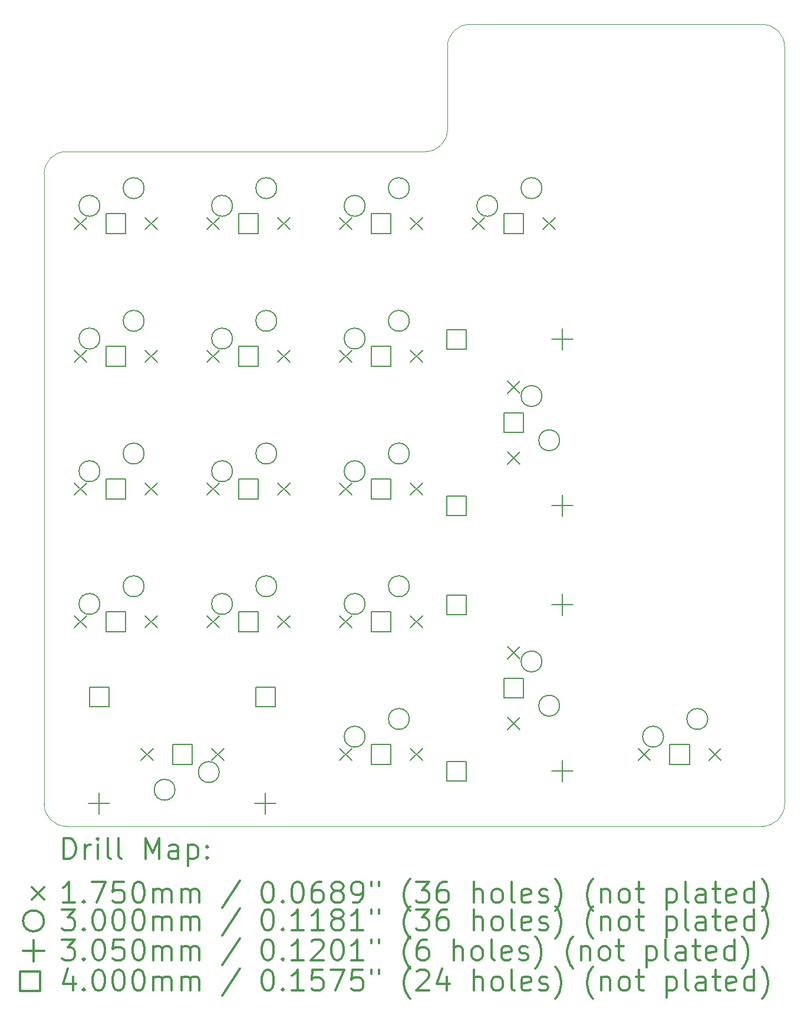
<source format=gbr>
%FSLAX45Y45*%
G04 Gerber Fmt 4.5, Leading zero omitted, Abs format (unit mm)*
G04 Created by KiCad (PCBNEW (5.1.10)-1) date 2022-01-15 20:36:41*
%MOMM*%
%LPD*%
G01*
G04 APERTURE LIST*
%TA.AperFunction,Profile*%
%ADD10C,0.050000*%
%TD*%
%ADD11C,0.200000*%
%ADD12C,0.300000*%
G04 APERTURE END LIST*
D10*
X18175730Y-6032120D02*
X13969120Y-6032120D01*
X8175110Y-17540770D02*
X18175730Y-17540770D01*
X18493210Y-17223290D02*
X18493210Y-6349600D01*
X7857630Y-8175110D02*
X7857630Y-17223290D01*
X13334160Y-7857630D02*
X8175110Y-7857630D01*
X13651640Y-6349600D02*
X13651640Y-7540150D01*
X18175730Y-6032120D02*
G75*
G02*
X18493210Y-6349600I0J-317480D01*
G01*
X13651640Y-6349600D02*
G75*
G02*
X13969120Y-6032120I317480J0D01*
G01*
X13651640Y-7540150D02*
G75*
G02*
X13334160Y-7857630I-317480J0D01*
G01*
X18493210Y-17223290D02*
G75*
G02*
X18175730Y-17540770I-317480J0D01*
G01*
X8175110Y-17540770D02*
G75*
G02*
X7857630Y-17223290I0J317480D01*
G01*
X7857630Y-8175110D02*
G75*
G02*
X8175110Y-7857630I317480J0D01*
G01*
D11*
X8293940Y-8801940D02*
X8468940Y-8976940D01*
X8468940Y-8801940D02*
X8293940Y-8976940D01*
X8293940Y-10706820D02*
X8468940Y-10881820D01*
X8468940Y-10706820D02*
X8293940Y-10881820D01*
X8293940Y-12611700D02*
X8468940Y-12786700D01*
X8468940Y-12611700D02*
X8293940Y-12786700D01*
X8293940Y-14516580D02*
X8468940Y-14691580D01*
X8468940Y-14516580D02*
X8293940Y-14691580D01*
X9246380Y-16421460D02*
X9421380Y-16596460D01*
X9421380Y-16421460D02*
X9246380Y-16596460D01*
X9309940Y-8801940D02*
X9484940Y-8976940D01*
X9484940Y-8801940D02*
X9309940Y-8976940D01*
X9309940Y-10706820D02*
X9484940Y-10881820D01*
X9484940Y-10706820D02*
X9309940Y-10881820D01*
X9309940Y-12611700D02*
X9484940Y-12786700D01*
X9484940Y-12611700D02*
X9309940Y-12786700D01*
X9309940Y-14516580D02*
X9484940Y-14691580D01*
X9484940Y-14516580D02*
X9309940Y-14691580D01*
X10198820Y-8801940D02*
X10373820Y-8976940D01*
X10373820Y-8801940D02*
X10198820Y-8976940D01*
X10198820Y-10706820D02*
X10373820Y-10881820D01*
X10373820Y-10706820D02*
X10198820Y-10881820D01*
X10198820Y-12611700D02*
X10373820Y-12786700D01*
X10373820Y-12611700D02*
X10198820Y-12786700D01*
X10198820Y-14516580D02*
X10373820Y-14691580D01*
X10373820Y-14516580D02*
X10198820Y-14691580D01*
X10262380Y-16421460D02*
X10437380Y-16596460D01*
X10437380Y-16421460D02*
X10262380Y-16596460D01*
X11214820Y-8801940D02*
X11389820Y-8976940D01*
X11389820Y-8801940D02*
X11214820Y-8976940D01*
X11214820Y-10706820D02*
X11389820Y-10881820D01*
X11389820Y-10706820D02*
X11214820Y-10881820D01*
X11214820Y-12611700D02*
X11389820Y-12786700D01*
X11389820Y-12611700D02*
X11214820Y-12786700D01*
X11214820Y-14516580D02*
X11389820Y-14691580D01*
X11389820Y-14516580D02*
X11214820Y-14691580D01*
X12103700Y-8801940D02*
X12278700Y-8976940D01*
X12278700Y-8801940D02*
X12103700Y-8976940D01*
X12103700Y-10706820D02*
X12278700Y-10881820D01*
X12278700Y-10706820D02*
X12103700Y-10881820D01*
X12103700Y-12611700D02*
X12278700Y-12786700D01*
X12278700Y-12611700D02*
X12103700Y-12786700D01*
X12103700Y-14516580D02*
X12278700Y-14691580D01*
X12278700Y-14516580D02*
X12103700Y-14691580D01*
X12103700Y-16421460D02*
X12278700Y-16596460D01*
X12278700Y-16421460D02*
X12103700Y-16596460D01*
X13119700Y-8801940D02*
X13294700Y-8976940D01*
X13294700Y-8801940D02*
X13119700Y-8976940D01*
X13119700Y-10706820D02*
X13294700Y-10881820D01*
X13294700Y-10706820D02*
X13119700Y-10881820D01*
X13119700Y-12611700D02*
X13294700Y-12786700D01*
X13294700Y-12611700D02*
X13119700Y-12786700D01*
X13119700Y-14516580D02*
X13294700Y-14691580D01*
X13294700Y-14516580D02*
X13119700Y-14691580D01*
X13119700Y-16421460D02*
X13294700Y-16596460D01*
X13294700Y-16421460D02*
X13119700Y-16596460D01*
X14008580Y-8801940D02*
X14183580Y-8976940D01*
X14183580Y-8801940D02*
X14008580Y-8976940D01*
X14516580Y-11151260D02*
X14691580Y-11326260D01*
X14691580Y-11151260D02*
X14516580Y-11326260D01*
X14516580Y-12167260D02*
X14691580Y-12342260D01*
X14691580Y-12167260D02*
X14516580Y-12342260D01*
X14516580Y-14961020D02*
X14691580Y-15136020D01*
X14691580Y-14961020D02*
X14516580Y-15136020D01*
X14516580Y-15977020D02*
X14691580Y-16152020D01*
X14691580Y-15977020D02*
X14516580Y-16152020D01*
X15024580Y-8801940D02*
X15199580Y-8976940D01*
X15199580Y-8801940D02*
X15024580Y-8976940D01*
X16389680Y-16421460D02*
X16564680Y-16596460D01*
X16564680Y-16421460D02*
X16389680Y-16596460D01*
X17405680Y-16421460D02*
X17580680Y-16596460D01*
X17580680Y-16421460D02*
X17405680Y-16596460D01*
X8658440Y-8635440D02*
G75*
G03*
X8658440Y-8635440I-150000J0D01*
G01*
X8658440Y-10540320D02*
G75*
G03*
X8658440Y-10540320I-150000J0D01*
G01*
X8658440Y-12445200D02*
G75*
G03*
X8658440Y-12445200I-150000J0D01*
G01*
X8658440Y-14350080D02*
G75*
G03*
X8658440Y-14350080I-150000J0D01*
G01*
X9293440Y-8381440D02*
G75*
G03*
X9293440Y-8381440I-150000J0D01*
G01*
X9293440Y-10286320D02*
G75*
G03*
X9293440Y-10286320I-150000J0D01*
G01*
X9293440Y-12191200D02*
G75*
G03*
X9293440Y-12191200I-150000J0D01*
G01*
X9293440Y-14096080D02*
G75*
G03*
X9293440Y-14096080I-150000J0D01*
G01*
X9737880Y-17016960D02*
G75*
G03*
X9737880Y-17016960I-150000J0D01*
G01*
X10372880Y-16762960D02*
G75*
G03*
X10372880Y-16762960I-150000J0D01*
G01*
X10563320Y-8635440D02*
G75*
G03*
X10563320Y-8635440I-150000J0D01*
G01*
X10563320Y-10540320D02*
G75*
G03*
X10563320Y-10540320I-150000J0D01*
G01*
X10563320Y-12445200D02*
G75*
G03*
X10563320Y-12445200I-150000J0D01*
G01*
X10563320Y-14350080D02*
G75*
G03*
X10563320Y-14350080I-150000J0D01*
G01*
X11198320Y-8381440D02*
G75*
G03*
X11198320Y-8381440I-150000J0D01*
G01*
X11198320Y-10286320D02*
G75*
G03*
X11198320Y-10286320I-150000J0D01*
G01*
X11198320Y-12191200D02*
G75*
G03*
X11198320Y-12191200I-150000J0D01*
G01*
X11198320Y-14096080D02*
G75*
G03*
X11198320Y-14096080I-150000J0D01*
G01*
X12468200Y-8635440D02*
G75*
G03*
X12468200Y-8635440I-150000J0D01*
G01*
X12468200Y-10540320D02*
G75*
G03*
X12468200Y-10540320I-150000J0D01*
G01*
X12468200Y-12445200D02*
G75*
G03*
X12468200Y-12445200I-150000J0D01*
G01*
X12468200Y-14350080D02*
G75*
G03*
X12468200Y-14350080I-150000J0D01*
G01*
X12468200Y-16254960D02*
G75*
G03*
X12468200Y-16254960I-150000J0D01*
G01*
X13103200Y-8381440D02*
G75*
G03*
X13103200Y-8381440I-150000J0D01*
G01*
X13103200Y-10286320D02*
G75*
G03*
X13103200Y-10286320I-150000J0D01*
G01*
X13103200Y-12191200D02*
G75*
G03*
X13103200Y-12191200I-150000J0D01*
G01*
X13103200Y-14096080D02*
G75*
G03*
X13103200Y-14096080I-150000J0D01*
G01*
X13103200Y-16000960D02*
G75*
G03*
X13103200Y-16000960I-150000J0D01*
G01*
X14373080Y-8635440D02*
G75*
G03*
X14373080Y-8635440I-150000J0D01*
G01*
X15008080Y-8381440D02*
G75*
G03*
X15008080Y-8381440I-150000J0D01*
G01*
X15008080Y-11365760D02*
G75*
G03*
X15008080Y-11365760I-150000J0D01*
G01*
X15008080Y-15175520D02*
G75*
G03*
X15008080Y-15175520I-150000J0D01*
G01*
X15262080Y-12000760D02*
G75*
G03*
X15262080Y-12000760I-150000J0D01*
G01*
X15262080Y-15810520D02*
G75*
G03*
X15262080Y-15810520I-150000J0D01*
G01*
X16754180Y-16254960D02*
G75*
G03*
X16754180Y-16254960I-150000J0D01*
G01*
X17389180Y-16000960D02*
G75*
G03*
X17389180Y-16000960I-150000J0D01*
G01*
X8648080Y-17056460D02*
X8648080Y-17361460D01*
X8495580Y-17208960D02*
X8800580Y-17208960D01*
X11035680Y-17056460D02*
X11035680Y-17361460D01*
X10883180Y-17208960D02*
X11188180Y-17208960D01*
X15304080Y-10400460D02*
X15304080Y-10705460D01*
X15151580Y-10552960D02*
X15456580Y-10552960D01*
X15304080Y-12788060D02*
X15304080Y-13093060D01*
X15151580Y-12940560D02*
X15456580Y-12940560D01*
X15304080Y-14210220D02*
X15304080Y-14515220D01*
X15151580Y-14362720D02*
X15456580Y-14362720D01*
X15304080Y-16597820D02*
X15304080Y-16902820D01*
X15151580Y-16750320D02*
X15456580Y-16750320D01*
X8789503Y-15826383D02*
X8789503Y-15543537D01*
X8506657Y-15543537D01*
X8506657Y-15826383D01*
X8789503Y-15826383D01*
X9030863Y-9030863D02*
X9030863Y-8748017D01*
X8748017Y-8748017D01*
X8748017Y-9030863D01*
X9030863Y-9030863D01*
X9030863Y-10935743D02*
X9030863Y-10652897D01*
X8748017Y-10652897D01*
X8748017Y-10935743D01*
X9030863Y-10935743D01*
X9030863Y-12840623D02*
X9030863Y-12557777D01*
X8748017Y-12557777D01*
X8748017Y-12840623D01*
X9030863Y-12840623D01*
X9030863Y-14745503D02*
X9030863Y-14462657D01*
X8748017Y-14462657D01*
X8748017Y-14745503D01*
X9030863Y-14745503D01*
X9983303Y-16650383D02*
X9983303Y-16367537D01*
X9700457Y-16367537D01*
X9700457Y-16650383D01*
X9983303Y-16650383D01*
X10935743Y-9030863D02*
X10935743Y-8748017D01*
X10652897Y-8748017D01*
X10652897Y-9030863D01*
X10935743Y-9030863D01*
X10935743Y-10935743D02*
X10935743Y-10652897D01*
X10652897Y-10652897D01*
X10652897Y-10935743D01*
X10935743Y-10935743D01*
X10935743Y-12840623D02*
X10935743Y-12557777D01*
X10652897Y-12557777D01*
X10652897Y-12840623D01*
X10935743Y-12840623D01*
X10935743Y-14745503D02*
X10935743Y-14462657D01*
X10652897Y-14462657D01*
X10652897Y-14745503D01*
X10935743Y-14745503D01*
X11177103Y-15826383D02*
X11177103Y-15543537D01*
X10894257Y-15543537D01*
X10894257Y-15826383D01*
X11177103Y-15826383D01*
X12840623Y-9030863D02*
X12840623Y-8748017D01*
X12557777Y-8748017D01*
X12557777Y-9030863D01*
X12840623Y-9030863D01*
X12840623Y-10935743D02*
X12840623Y-10652897D01*
X12557777Y-10652897D01*
X12557777Y-10935743D01*
X12840623Y-10935743D01*
X12840623Y-12840623D02*
X12840623Y-12557777D01*
X12557777Y-12557777D01*
X12557777Y-12840623D01*
X12840623Y-12840623D01*
X12840623Y-14745503D02*
X12840623Y-14462657D01*
X12557777Y-14462657D01*
X12557777Y-14745503D01*
X12840623Y-14745503D01*
X12840623Y-16650383D02*
X12840623Y-16367537D01*
X12557777Y-16367537D01*
X12557777Y-16650383D01*
X12840623Y-16650383D01*
X13921503Y-10694383D02*
X13921503Y-10411537D01*
X13638657Y-10411537D01*
X13638657Y-10694383D01*
X13921503Y-10694383D01*
X13921503Y-13081983D02*
X13921503Y-12799137D01*
X13638657Y-12799137D01*
X13638657Y-13081983D01*
X13921503Y-13081983D01*
X13921503Y-14504143D02*
X13921503Y-14221297D01*
X13638657Y-14221297D01*
X13638657Y-14504143D01*
X13921503Y-14504143D01*
X13921503Y-16891743D02*
X13921503Y-16608897D01*
X13638657Y-16608897D01*
X13638657Y-16891743D01*
X13921503Y-16891743D01*
X14745503Y-9030863D02*
X14745503Y-8748017D01*
X14462657Y-8748017D01*
X14462657Y-9030863D01*
X14745503Y-9030863D01*
X14745503Y-11888183D02*
X14745503Y-11605337D01*
X14462657Y-11605337D01*
X14462657Y-11888183D01*
X14745503Y-11888183D01*
X14745503Y-15697943D02*
X14745503Y-15415097D01*
X14462657Y-15415097D01*
X14462657Y-15697943D01*
X14745503Y-15697943D01*
X17126603Y-16650383D02*
X17126603Y-16367537D01*
X16843757Y-16367537D01*
X16843757Y-16650383D01*
X17126603Y-16650383D01*
D12*
X8141558Y-18008984D02*
X8141558Y-17708984D01*
X8212987Y-17708984D01*
X8255844Y-17723270D01*
X8284416Y-17751842D01*
X8298701Y-17780413D01*
X8312987Y-17837556D01*
X8312987Y-17880413D01*
X8298701Y-17937556D01*
X8284416Y-17966127D01*
X8255844Y-17994699D01*
X8212987Y-18008984D01*
X8141558Y-18008984D01*
X8441558Y-18008984D02*
X8441558Y-17808984D01*
X8441558Y-17866127D02*
X8455844Y-17837556D01*
X8470130Y-17823270D01*
X8498701Y-17808984D01*
X8527273Y-17808984D01*
X8627273Y-18008984D02*
X8627273Y-17808984D01*
X8627273Y-17708984D02*
X8612987Y-17723270D01*
X8627273Y-17737556D01*
X8641558Y-17723270D01*
X8627273Y-17708984D01*
X8627273Y-17737556D01*
X8812987Y-18008984D02*
X8784416Y-17994699D01*
X8770130Y-17966127D01*
X8770130Y-17708984D01*
X8970130Y-18008984D02*
X8941558Y-17994699D01*
X8927273Y-17966127D01*
X8927273Y-17708984D01*
X9312987Y-18008984D02*
X9312987Y-17708984D01*
X9412987Y-17923270D01*
X9512987Y-17708984D01*
X9512987Y-18008984D01*
X9784416Y-18008984D02*
X9784416Y-17851842D01*
X9770130Y-17823270D01*
X9741558Y-17808984D01*
X9684416Y-17808984D01*
X9655844Y-17823270D01*
X9784416Y-17994699D02*
X9755844Y-18008984D01*
X9684416Y-18008984D01*
X9655844Y-17994699D01*
X9641558Y-17966127D01*
X9641558Y-17937556D01*
X9655844Y-17908984D01*
X9684416Y-17894699D01*
X9755844Y-17894699D01*
X9784416Y-17880413D01*
X9927273Y-17808984D02*
X9927273Y-18108984D01*
X9927273Y-17823270D02*
X9955844Y-17808984D01*
X10012987Y-17808984D01*
X10041558Y-17823270D01*
X10055844Y-17837556D01*
X10070130Y-17866127D01*
X10070130Y-17951842D01*
X10055844Y-17980413D01*
X10041558Y-17994699D01*
X10012987Y-18008984D01*
X9955844Y-18008984D01*
X9927273Y-17994699D01*
X10198701Y-17980413D02*
X10212987Y-17994699D01*
X10198701Y-18008984D01*
X10184416Y-17994699D01*
X10198701Y-17980413D01*
X10198701Y-18008984D01*
X10198701Y-17823270D02*
X10212987Y-17837556D01*
X10198701Y-17851842D01*
X10184416Y-17837556D01*
X10198701Y-17823270D01*
X10198701Y-17851842D01*
X7680130Y-18415770D02*
X7855130Y-18590770D01*
X7855130Y-18415770D02*
X7680130Y-18590770D01*
X8298701Y-18638984D02*
X8127273Y-18638984D01*
X8212987Y-18638984D02*
X8212987Y-18338984D01*
X8184416Y-18381842D01*
X8155844Y-18410413D01*
X8127273Y-18424699D01*
X8427273Y-18610413D02*
X8441558Y-18624699D01*
X8427273Y-18638984D01*
X8412987Y-18624699D01*
X8427273Y-18610413D01*
X8427273Y-18638984D01*
X8541558Y-18338984D02*
X8741558Y-18338984D01*
X8612987Y-18638984D01*
X8998701Y-18338984D02*
X8855844Y-18338984D01*
X8841558Y-18481842D01*
X8855844Y-18467556D01*
X8884416Y-18453270D01*
X8955844Y-18453270D01*
X8984416Y-18467556D01*
X8998701Y-18481842D01*
X9012987Y-18510413D01*
X9012987Y-18581842D01*
X8998701Y-18610413D01*
X8984416Y-18624699D01*
X8955844Y-18638984D01*
X8884416Y-18638984D01*
X8855844Y-18624699D01*
X8841558Y-18610413D01*
X9198701Y-18338984D02*
X9227273Y-18338984D01*
X9255844Y-18353270D01*
X9270130Y-18367556D01*
X9284416Y-18396127D01*
X9298701Y-18453270D01*
X9298701Y-18524699D01*
X9284416Y-18581842D01*
X9270130Y-18610413D01*
X9255844Y-18624699D01*
X9227273Y-18638984D01*
X9198701Y-18638984D01*
X9170130Y-18624699D01*
X9155844Y-18610413D01*
X9141558Y-18581842D01*
X9127273Y-18524699D01*
X9127273Y-18453270D01*
X9141558Y-18396127D01*
X9155844Y-18367556D01*
X9170130Y-18353270D01*
X9198701Y-18338984D01*
X9427273Y-18638984D02*
X9427273Y-18438984D01*
X9427273Y-18467556D02*
X9441558Y-18453270D01*
X9470130Y-18438984D01*
X9512987Y-18438984D01*
X9541558Y-18453270D01*
X9555844Y-18481842D01*
X9555844Y-18638984D01*
X9555844Y-18481842D02*
X9570130Y-18453270D01*
X9598701Y-18438984D01*
X9641558Y-18438984D01*
X9670130Y-18453270D01*
X9684416Y-18481842D01*
X9684416Y-18638984D01*
X9827273Y-18638984D02*
X9827273Y-18438984D01*
X9827273Y-18467556D02*
X9841558Y-18453270D01*
X9870130Y-18438984D01*
X9912987Y-18438984D01*
X9941558Y-18453270D01*
X9955844Y-18481842D01*
X9955844Y-18638984D01*
X9955844Y-18481842D02*
X9970130Y-18453270D01*
X9998701Y-18438984D01*
X10041558Y-18438984D01*
X10070130Y-18453270D01*
X10084416Y-18481842D01*
X10084416Y-18638984D01*
X10670130Y-18324699D02*
X10412987Y-18710413D01*
X11055844Y-18338984D02*
X11084416Y-18338984D01*
X11112987Y-18353270D01*
X11127273Y-18367556D01*
X11141558Y-18396127D01*
X11155844Y-18453270D01*
X11155844Y-18524699D01*
X11141558Y-18581842D01*
X11127273Y-18610413D01*
X11112987Y-18624699D01*
X11084416Y-18638984D01*
X11055844Y-18638984D01*
X11027273Y-18624699D01*
X11012987Y-18610413D01*
X10998701Y-18581842D01*
X10984416Y-18524699D01*
X10984416Y-18453270D01*
X10998701Y-18396127D01*
X11012987Y-18367556D01*
X11027273Y-18353270D01*
X11055844Y-18338984D01*
X11284416Y-18610413D02*
X11298701Y-18624699D01*
X11284416Y-18638984D01*
X11270130Y-18624699D01*
X11284416Y-18610413D01*
X11284416Y-18638984D01*
X11484416Y-18338984D02*
X11512987Y-18338984D01*
X11541558Y-18353270D01*
X11555844Y-18367556D01*
X11570130Y-18396127D01*
X11584416Y-18453270D01*
X11584416Y-18524699D01*
X11570130Y-18581842D01*
X11555844Y-18610413D01*
X11541558Y-18624699D01*
X11512987Y-18638984D01*
X11484416Y-18638984D01*
X11455844Y-18624699D01*
X11441558Y-18610413D01*
X11427273Y-18581842D01*
X11412987Y-18524699D01*
X11412987Y-18453270D01*
X11427273Y-18396127D01*
X11441558Y-18367556D01*
X11455844Y-18353270D01*
X11484416Y-18338984D01*
X11841558Y-18338984D02*
X11784416Y-18338984D01*
X11755844Y-18353270D01*
X11741558Y-18367556D01*
X11712987Y-18410413D01*
X11698701Y-18467556D01*
X11698701Y-18581842D01*
X11712987Y-18610413D01*
X11727273Y-18624699D01*
X11755844Y-18638984D01*
X11812987Y-18638984D01*
X11841558Y-18624699D01*
X11855844Y-18610413D01*
X11870130Y-18581842D01*
X11870130Y-18510413D01*
X11855844Y-18481842D01*
X11841558Y-18467556D01*
X11812987Y-18453270D01*
X11755844Y-18453270D01*
X11727273Y-18467556D01*
X11712987Y-18481842D01*
X11698701Y-18510413D01*
X12041558Y-18467556D02*
X12012987Y-18453270D01*
X11998701Y-18438984D01*
X11984416Y-18410413D01*
X11984416Y-18396127D01*
X11998701Y-18367556D01*
X12012987Y-18353270D01*
X12041558Y-18338984D01*
X12098701Y-18338984D01*
X12127273Y-18353270D01*
X12141558Y-18367556D01*
X12155844Y-18396127D01*
X12155844Y-18410413D01*
X12141558Y-18438984D01*
X12127273Y-18453270D01*
X12098701Y-18467556D01*
X12041558Y-18467556D01*
X12012987Y-18481842D01*
X11998701Y-18496127D01*
X11984416Y-18524699D01*
X11984416Y-18581842D01*
X11998701Y-18610413D01*
X12012987Y-18624699D01*
X12041558Y-18638984D01*
X12098701Y-18638984D01*
X12127273Y-18624699D01*
X12141558Y-18610413D01*
X12155844Y-18581842D01*
X12155844Y-18524699D01*
X12141558Y-18496127D01*
X12127273Y-18481842D01*
X12098701Y-18467556D01*
X12298701Y-18638984D02*
X12355844Y-18638984D01*
X12384416Y-18624699D01*
X12398701Y-18610413D01*
X12427273Y-18567556D01*
X12441558Y-18510413D01*
X12441558Y-18396127D01*
X12427273Y-18367556D01*
X12412987Y-18353270D01*
X12384416Y-18338984D01*
X12327273Y-18338984D01*
X12298701Y-18353270D01*
X12284416Y-18367556D01*
X12270130Y-18396127D01*
X12270130Y-18467556D01*
X12284416Y-18496127D01*
X12298701Y-18510413D01*
X12327273Y-18524699D01*
X12384416Y-18524699D01*
X12412987Y-18510413D01*
X12427273Y-18496127D01*
X12441558Y-18467556D01*
X12555844Y-18338984D02*
X12555844Y-18396127D01*
X12670130Y-18338984D02*
X12670130Y-18396127D01*
X13112987Y-18753270D02*
X13098701Y-18738984D01*
X13070130Y-18696127D01*
X13055844Y-18667556D01*
X13041558Y-18624699D01*
X13027273Y-18553270D01*
X13027273Y-18496127D01*
X13041558Y-18424699D01*
X13055844Y-18381842D01*
X13070130Y-18353270D01*
X13098701Y-18310413D01*
X13112987Y-18296127D01*
X13198701Y-18338984D02*
X13384416Y-18338984D01*
X13284416Y-18453270D01*
X13327273Y-18453270D01*
X13355844Y-18467556D01*
X13370130Y-18481842D01*
X13384416Y-18510413D01*
X13384416Y-18581842D01*
X13370130Y-18610413D01*
X13355844Y-18624699D01*
X13327273Y-18638984D01*
X13241558Y-18638984D01*
X13212987Y-18624699D01*
X13198701Y-18610413D01*
X13641558Y-18338984D02*
X13584416Y-18338984D01*
X13555844Y-18353270D01*
X13541558Y-18367556D01*
X13512987Y-18410413D01*
X13498701Y-18467556D01*
X13498701Y-18581842D01*
X13512987Y-18610413D01*
X13527273Y-18624699D01*
X13555844Y-18638984D01*
X13612987Y-18638984D01*
X13641558Y-18624699D01*
X13655844Y-18610413D01*
X13670130Y-18581842D01*
X13670130Y-18510413D01*
X13655844Y-18481842D01*
X13641558Y-18467556D01*
X13612987Y-18453270D01*
X13555844Y-18453270D01*
X13527273Y-18467556D01*
X13512987Y-18481842D01*
X13498701Y-18510413D01*
X14027273Y-18638984D02*
X14027273Y-18338984D01*
X14155844Y-18638984D02*
X14155844Y-18481842D01*
X14141558Y-18453270D01*
X14112987Y-18438984D01*
X14070130Y-18438984D01*
X14041558Y-18453270D01*
X14027273Y-18467556D01*
X14341558Y-18638984D02*
X14312987Y-18624699D01*
X14298701Y-18610413D01*
X14284416Y-18581842D01*
X14284416Y-18496127D01*
X14298701Y-18467556D01*
X14312987Y-18453270D01*
X14341558Y-18438984D01*
X14384416Y-18438984D01*
X14412987Y-18453270D01*
X14427273Y-18467556D01*
X14441558Y-18496127D01*
X14441558Y-18581842D01*
X14427273Y-18610413D01*
X14412987Y-18624699D01*
X14384416Y-18638984D01*
X14341558Y-18638984D01*
X14612987Y-18638984D02*
X14584416Y-18624699D01*
X14570130Y-18596127D01*
X14570130Y-18338984D01*
X14841558Y-18624699D02*
X14812987Y-18638984D01*
X14755844Y-18638984D01*
X14727273Y-18624699D01*
X14712987Y-18596127D01*
X14712987Y-18481842D01*
X14727273Y-18453270D01*
X14755844Y-18438984D01*
X14812987Y-18438984D01*
X14841558Y-18453270D01*
X14855844Y-18481842D01*
X14855844Y-18510413D01*
X14712987Y-18538984D01*
X14970130Y-18624699D02*
X14998701Y-18638984D01*
X15055844Y-18638984D01*
X15084416Y-18624699D01*
X15098701Y-18596127D01*
X15098701Y-18581842D01*
X15084416Y-18553270D01*
X15055844Y-18538984D01*
X15012987Y-18538984D01*
X14984416Y-18524699D01*
X14970130Y-18496127D01*
X14970130Y-18481842D01*
X14984416Y-18453270D01*
X15012987Y-18438984D01*
X15055844Y-18438984D01*
X15084416Y-18453270D01*
X15198701Y-18753270D02*
X15212987Y-18738984D01*
X15241558Y-18696127D01*
X15255844Y-18667556D01*
X15270130Y-18624699D01*
X15284416Y-18553270D01*
X15284416Y-18496127D01*
X15270130Y-18424699D01*
X15255844Y-18381842D01*
X15241558Y-18353270D01*
X15212987Y-18310413D01*
X15198701Y-18296127D01*
X15741558Y-18753270D02*
X15727273Y-18738984D01*
X15698701Y-18696127D01*
X15684416Y-18667556D01*
X15670130Y-18624699D01*
X15655844Y-18553270D01*
X15655844Y-18496127D01*
X15670130Y-18424699D01*
X15684416Y-18381842D01*
X15698701Y-18353270D01*
X15727273Y-18310413D01*
X15741558Y-18296127D01*
X15855844Y-18438984D02*
X15855844Y-18638984D01*
X15855844Y-18467556D02*
X15870130Y-18453270D01*
X15898701Y-18438984D01*
X15941558Y-18438984D01*
X15970130Y-18453270D01*
X15984416Y-18481842D01*
X15984416Y-18638984D01*
X16170130Y-18638984D02*
X16141558Y-18624699D01*
X16127273Y-18610413D01*
X16112987Y-18581842D01*
X16112987Y-18496127D01*
X16127273Y-18467556D01*
X16141558Y-18453270D01*
X16170130Y-18438984D01*
X16212987Y-18438984D01*
X16241558Y-18453270D01*
X16255844Y-18467556D01*
X16270130Y-18496127D01*
X16270130Y-18581842D01*
X16255844Y-18610413D01*
X16241558Y-18624699D01*
X16212987Y-18638984D01*
X16170130Y-18638984D01*
X16355844Y-18438984D02*
X16470130Y-18438984D01*
X16398701Y-18338984D02*
X16398701Y-18596127D01*
X16412987Y-18624699D01*
X16441558Y-18638984D01*
X16470130Y-18638984D01*
X16798701Y-18438984D02*
X16798701Y-18738984D01*
X16798701Y-18453270D02*
X16827273Y-18438984D01*
X16884416Y-18438984D01*
X16912987Y-18453270D01*
X16927273Y-18467556D01*
X16941558Y-18496127D01*
X16941558Y-18581842D01*
X16927273Y-18610413D01*
X16912987Y-18624699D01*
X16884416Y-18638984D01*
X16827273Y-18638984D01*
X16798701Y-18624699D01*
X17112987Y-18638984D02*
X17084416Y-18624699D01*
X17070130Y-18596127D01*
X17070130Y-18338984D01*
X17355844Y-18638984D02*
X17355844Y-18481842D01*
X17341558Y-18453270D01*
X17312987Y-18438984D01*
X17255844Y-18438984D01*
X17227273Y-18453270D01*
X17355844Y-18624699D02*
X17327273Y-18638984D01*
X17255844Y-18638984D01*
X17227273Y-18624699D01*
X17212987Y-18596127D01*
X17212987Y-18567556D01*
X17227273Y-18538984D01*
X17255844Y-18524699D01*
X17327273Y-18524699D01*
X17355844Y-18510413D01*
X17455844Y-18438984D02*
X17570130Y-18438984D01*
X17498701Y-18338984D02*
X17498701Y-18596127D01*
X17512987Y-18624699D01*
X17541558Y-18638984D01*
X17570130Y-18638984D01*
X17784416Y-18624699D02*
X17755844Y-18638984D01*
X17698701Y-18638984D01*
X17670130Y-18624699D01*
X17655844Y-18596127D01*
X17655844Y-18481842D01*
X17670130Y-18453270D01*
X17698701Y-18438984D01*
X17755844Y-18438984D01*
X17784416Y-18453270D01*
X17798701Y-18481842D01*
X17798701Y-18510413D01*
X17655844Y-18538984D01*
X18055844Y-18638984D02*
X18055844Y-18338984D01*
X18055844Y-18624699D02*
X18027273Y-18638984D01*
X17970130Y-18638984D01*
X17941558Y-18624699D01*
X17927273Y-18610413D01*
X17912987Y-18581842D01*
X17912987Y-18496127D01*
X17927273Y-18467556D01*
X17941558Y-18453270D01*
X17970130Y-18438984D01*
X18027273Y-18438984D01*
X18055844Y-18453270D01*
X18170130Y-18753270D02*
X18184416Y-18738984D01*
X18212987Y-18696127D01*
X18227273Y-18667556D01*
X18241558Y-18624699D01*
X18255844Y-18553270D01*
X18255844Y-18496127D01*
X18241558Y-18424699D01*
X18227273Y-18381842D01*
X18212987Y-18353270D01*
X18184416Y-18310413D01*
X18170130Y-18296127D01*
X7855130Y-18899270D02*
G75*
G03*
X7855130Y-18899270I-150000J0D01*
G01*
X8112987Y-18734984D02*
X8298701Y-18734984D01*
X8198701Y-18849270D01*
X8241558Y-18849270D01*
X8270130Y-18863556D01*
X8284416Y-18877842D01*
X8298701Y-18906413D01*
X8298701Y-18977842D01*
X8284416Y-19006413D01*
X8270130Y-19020699D01*
X8241558Y-19034984D01*
X8155844Y-19034984D01*
X8127273Y-19020699D01*
X8112987Y-19006413D01*
X8427273Y-19006413D02*
X8441558Y-19020699D01*
X8427273Y-19034984D01*
X8412987Y-19020699D01*
X8427273Y-19006413D01*
X8427273Y-19034984D01*
X8627273Y-18734984D02*
X8655844Y-18734984D01*
X8684416Y-18749270D01*
X8698701Y-18763556D01*
X8712987Y-18792127D01*
X8727273Y-18849270D01*
X8727273Y-18920699D01*
X8712987Y-18977842D01*
X8698701Y-19006413D01*
X8684416Y-19020699D01*
X8655844Y-19034984D01*
X8627273Y-19034984D01*
X8598701Y-19020699D01*
X8584416Y-19006413D01*
X8570130Y-18977842D01*
X8555844Y-18920699D01*
X8555844Y-18849270D01*
X8570130Y-18792127D01*
X8584416Y-18763556D01*
X8598701Y-18749270D01*
X8627273Y-18734984D01*
X8912987Y-18734984D02*
X8941558Y-18734984D01*
X8970130Y-18749270D01*
X8984416Y-18763556D01*
X8998701Y-18792127D01*
X9012987Y-18849270D01*
X9012987Y-18920699D01*
X8998701Y-18977842D01*
X8984416Y-19006413D01*
X8970130Y-19020699D01*
X8941558Y-19034984D01*
X8912987Y-19034984D01*
X8884416Y-19020699D01*
X8870130Y-19006413D01*
X8855844Y-18977842D01*
X8841558Y-18920699D01*
X8841558Y-18849270D01*
X8855844Y-18792127D01*
X8870130Y-18763556D01*
X8884416Y-18749270D01*
X8912987Y-18734984D01*
X9198701Y-18734984D02*
X9227273Y-18734984D01*
X9255844Y-18749270D01*
X9270130Y-18763556D01*
X9284416Y-18792127D01*
X9298701Y-18849270D01*
X9298701Y-18920699D01*
X9284416Y-18977842D01*
X9270130Y-19006413D01*
X9255844Y-19020699D01*
X9227273Y-19034984D01*
X9198701Y-19034984D01*
X9170130Y-19020699D01*
X9155844Y-19006413D01*
X9141558Y-18977842D01*
X9127273Y-18920699D01*
X9127273Y-18849270D01*
X9141558Y-18792127D01*
X9155844Y-18763556D01*
X9170130Y-18749270D01*
X9198701Y-18734984D01*
X9427273Y-19034984D02*
X9427273Y-18834984D01*
X9427273Y-18863556D02*
X9441558Y-18849270D01*
X9470130Y-18834984D01*
X9512987Y-18834984D01*
X9541558Y-18849270D01*
X9555844Y-18877842D01*
X9555844Y-19034984D01*
X9555844Y-18877842D02*
X9570130Y-18849270D01*
X9598701Y-18834984D01*
X9641558Y-18834984D01*
X9670130Y-18849270D01*
X9684416Y-18877842D01*
X9684416Y-19034984D01*
X9827273Y-19034984D02*
X9827273Y-18834984D01*
X9827273Y-18863556D02*
X9841558Y-18849270D01*
X9870130Y-18834984D01*
X9912987Y-18834984D01*
X9941558Y-18849270D01*
X9955844Y-18877842D01*
X9955844Y-19034984D01*
X9955844Y-18877842D02*
X9970130Y-18849270D01*
X9998701Y-18834984D01*
X10041558Y-18834984D01*
X10070130Y-18849270D01*
X10084416Y-18877842D01*
X10084416Y-19034984D01*
X10670130Y-18720699D02*
X10412987Y-19106413D01*
X11055844Y-18734984D02*
X11084416Y-18734984D01*
X11112987Y-18749270D01*
X11127273Y-18763556D01*
X11141558Y-18792127D01*
X11155844Y-18849270D01*
X11155844Y-18920699D01*
X11141558Y-18977842D01*
X11127273Y-19006413D01*
X11112987Y-19020699D01*
X11084416Y-19034984D01*
X11055844Y-19034984D01*
X11027273Y-19020699D01*
X11012987Y-19006413D01*
X10998701Y-18977842D01*
X10984416Y-18920699D01*
X10984416Y-18849270D01*
X10998701Y-18792127D01*
X11012987Y-18763556D01*
X11027273Y-18749270D01*
X11055844Y-18734984D01*
X11284416Y-19006413D02*
X11298701Y-19020699D01*
X11284416Y-19034984D01*
X11270130Y-19020699D01*
X11284416Y-19006413D01*
X11284416Y-19034984D01*
X11584416Y-19034984D02*
X11412987Y-19034984D01*
X11498701Y-19034984D02*
X11498701Y-18734984D01*
X11470130Y-18777842D01*
X11441558Y-18806413D01*
X11412987Y-18820699D01*
X11870130Y-19034984D02*
X11698701Y-19034984D01*
X11784416Y-19034984D02*
X11784416Y-18734984D01*
X11755844Y-18777842D01*
X11727273Y-18806413D01*
X11698701Y-18820699D01*
X12041558Y-18863556D02*
X12012987Y-18849270D01*
X11998701Y-18834984D01*
X11984416Y-18806413D01*
X11984416Y-18792127D01*
X11998701Y-18763556D01*
X12012987Y-18749270D01*
X12041558Y-18734984D01*
X12098701Y-18734984D01*
X12127273Y-18749270D01*
X12141558Y-18763556D01*
X12155844Y-18792127D01*
X12155844Y-18806413D01*
X12141558Y-18834984D01*
X12127273Y-18849270D01*
X12098701Y-18863556D01*
X12041558Y-18863556D01*
X12012987Y-18877842D01*
X11998701Y-18892127D01*
X11984416Y-18920699D01*
X11984416Y-18977842D01*
X11998701Y-19006413D01*
X12012987Y-19020699D01*
X12041558Y-19034984D01*
X12098701Y-19034984D01*
X12127273Y-19020699D01*
X12141558Y-19006413D01*
X12155844Y-18977842D01*
X12155844Y-18920699D01*
X12141558Y-18892127D01*
X12127273Y-18877842D01*
X12098701Y-18863556D01*
X12441558Y-19034984D02*
X12270130Y-19034984D01*
X12355844Y-19034984D02*
X12355844Y-18734984D01*
X12327273Y-18777842D01*
X12298701Y-18806413D01*
X12270130Y-18820699D01*
X12555844Y-18734984D02*
X12555844Y-18792127D01*
X12670130Y-18734984D02*
X12670130Y-18792127D01*
X13112987Y-19149270D02*
X13098701Y-19134984D01*
X13070130Y-19092127D01*
X13055844Y-19063556D01*
X13041558Y-19020699D01*
X13027273Y-18949270D01*
X13027273Y-18892127D01*
X13041558Y-18820699D01*
X13055844Y-18777842D01*
X13070130Y-18749270D01*
X13098701Y-18706413D01*
X13112987Y-18692127D01*
X13198701Y-18734984D02*
X13384416Y-18734984D01*
X13284416Y-18849270D01*
X13327273Y-18849270D01*
X13355844Y-18863556D01*
X13370130Y-18877842D01*
X13384416Y-18906413D01*
X13384416Y-18977842D01*
X13370130Y-19006413D01*
X13355844Y-19020699D01*
X13327273Y-19034984D01*
X13241558Y-19034984D01*
X13212987Y-19020699D01*
X13198701Y-19006413D01*
X13641558Y-18734984D02*
X13584416Y-18734984D01*
X13555844Y-18749270D01*
X13541558Y-18763556D01*
X13512987Y-18806413D01*
X13498701Y-18863556D01*
X13498701Y-18977842D01*
X13512987Y-19006413D01*
X13527273Y-19020699D01*
X13555844Y-19034984D01*
X13612987Y-19034984D01*
X13641558Y-19020699D01*
X13655844Y-19006413D01*
X13670130Y-18977842D01*
X13670130Y-18906413D01*
X13655844Y-18877842D01*
X13641558Y-18863556D01*
X13612987Y-18849270D01*
X13555844Y-18849270D01*
X13527273Y-18863556D01*
X13512987Y-18877842D01*
X13498701Y-18906413D01*
X14027273Y-19034984D02*
X14027273Y-18734984D01*
X14155844Y-19034984D02*
X14155844Y-18877842D01*
X14141558Y-18849270D01*
X14112987Y-18834984D01*
X14070130Y-18834984D01*
X14041558Y-18849270D01*
X14027273Y-18863556D01*
X14341558Y-19034984D02*
X14312987Y-19020699D01*
X14298701Y-19006413D01*
X14284416Y-18977842D01*
X14284416Y-18892127D01*
X14298701Y-18863556D01*
X14312987Y-18849270D01*
X14341558Y-18834984D01*
X14384416Y-18834984D01*
X14412987Y-18849270D01*
X14427273Y-18863556D01*
X14441558Y-18892127D01*
X14441558Y-18977842D01*
X14427273Y-19006413D01*
X14412987Y-19020699D01*
X14384416Y-19034984D01*
X14341558Y-19034984D01*
X14612987Y-19034984D02*
X14584416Y-19020699D01*
X14570130Y-18992127D01*
X14570130Y-18734984D01*
X14841558Y-19020699D02*
X14812987Y-19034984D01*
X14755844Y-19034984D01*
X14727273Y-19020699D01*
X14712987Y-18992127D01*
X14712987Y-18877842D01*
X14727273Y-18849270D01*
X14755844Y-18834984D01*
X14812987Y-18834984D01*
X14841558Y-18849270D01*
X14855844Y-18877842D01*
X14855844Y-18906413D01*
X14712987Y-18934984D01*
X14970130Y-19020699D02*
X14998701Y-19034984D01*
X15055844Y-19034984D01*
X15084416Y-19020699D01*
X15098701Y-18992127D01*
X15098701Y-18977842D01*
X15084416Y-18949270D01*
X15055844Y-18934984D01*
X15012987Y-18934984D01*
X14984416Y-18920699D01*
X14970130Y-18892127D01*
X14970130Y-18877842D01*
X14984416Y-18849270D01*
X15012987Y-18834984D01*
X15055844Y-18834984D01*
X15084416Y-18849270D01*
X15198701Y-19149270D02*
X15212987Y-19134984D01*
X15241558Y-19092127D01*
X15255844Y-19063556D01*
X15270130Y-19020699D01*
X15284416Y-18949270D01*
X15284416Y-18892127D01*
X15270130Y-18820699D01*
X15255844Y-18777842D01*
X15241558Y-18749270D01*
X15212987Y-18706413D01*
X15198701Y-18692127D01*
X15741558Y-19149270D02*
X15727273Y-19134984D01*
X15698701Y-19092127D01*
X15684416Y-19063556D01*
X15670130Y-19020699D01*
X15655844Y-18949270D01*
X15655844Y-18892127D01*
X15670130Y-18820699D01*
X15684416Y-18777842D01*
X15698701Y-18749270D01*
X15727273Y-18706413D01*
X15741558Y-18692127D01*
X15855844Y-18834984D02*
X15855844Y-19034984D01*
X15855844Y-18863556D02*
X15870130Y-18849270D01*
X15898701Y-18834984D01*
X15941558Y-18834984D01*
X15970130Y-18849270D01*
X15984416Y-18877842D01*
X15984416Y-19034984D01*
X16170130Y-19034984D02*
X16141558Y-19020699D01*
X16127273Y-19006413D01*
X16112987Y-18977842D01*
X16112987Y-18892127D01*
X16127273Y-18863556D01*
X16141558Y-18849270D01*
X16170130Y-18834984D01*
X16212987Y-18834984D01*
X16241558Y-18849270D01*
X16255844Y-18863556D01*
X16270130Y-18892127D01*
X16270130Y-18977842D01*
X16255844Y-19006413D01*
X16241558Y-19020699D01*
X16212987Y-19034984D01*
X16170130Y-19034984D01*
X16355844Y-18834984D02*
X16470130Y-18834984D01*
X16398701Y-18734984D02*
X16398701Y-18992127D01*
X16412987Y-19020699D01*
X16441558Y-19034984D01*
X16470130Y-19034984D01*
X16798701Y-18834984D02*
X16798701Y-19134984D01*
X16798701Y-18849270D02*
X16827273Y-18834984D01*
X16884416Y-18834984D01*
X16912987Y-18849270D01*
X16927273Y-18863556D01*
X16941558Y-18892127D01*
X16941558Y-18977842D01*
X16927273Y-19006413D01*
X16912987Y-19020699D01*
X16884416Y-19034984D01*
X16827273Y-19034984D01*
X16798701Y-19020699D01*
X17112987Y-19034984D02*
X17084416Y-19020699D01*
X17070130Y-18992127D01*
X17070130Y-18734984D01*
X17355844Y-19034984D02*
X17355844Y-18877842D01*
X17341558Y-18849270D01*
X17312987Y-18834984D01*
X17255844Y-18834984D01*
X17227273Y-18849270D01*
X17355844Y-19020699D02*
X17327273Y-19034984D01*
X17255844Y-19034984D01*
X17227273Y-19020699D01*
X17212987Y-18992127D01*
X17212987Y-18963556D01*
X17227273Y-18934984D01*
X17255844Y-18920699D01*
X17327273Y-18920699D01*
X17355844Y-18906413D01*
X17455844Y-18834984D02*
X17570130Y-18834984D01*
X17498701Y-18734984D02*
X17498701Y-18992127D01*
X17512987Y-19020699D01*
X17541558Y-19034984D01*
X17570130Y-19034984D01*
X17784416Y-19020699D02*
X17755844Y-19034984D01*
X17698701Y-19034984D01*
X17670130Y-19020699D01*
X17655844Y-18992127D01*
X17655844Y-18877842D01*
X17670130Y-18849270D01*
X17698701Y-18834984D01*
X17755844Y-18834984D01*
X17784416Y-18849270D01*
X17798701Y-18877842D01*
X17798701Y-18906413D01*
X17655844Y-18934984D01*
X18055844Y-19034984D02*
X18055844Y-18734984D01*
X18055844Y-19020699D02*
X18027273Y-19034984D01*
X17970130Y-19034984D01*
X17941558Y-19020699D01*
X17927273Y-19006413D01*
X17912987Y-18977842D01*
X17912987Y-18892127D01*
X17927273Y-18863556D01*
X17941558Y-18849270D01*
X17970130Y-18834984D01*
X18027273Y-18834984D01*
X18055844Y-18849270D01*
X18170130Y-19149270D02*
X18184416Y-19134984D01*
X18212987Y-19092127D01*
X18227273Y-19063556D01*
X18241558Y-19020699D01*
X18255844Y-18949270D01*
X18255844Y-18892127D01*
X18241558Y-18820699D01*
X18227273Y-18777842D01*
X18212987Y-18749270D01*
X18184416Y-18706413D01*
X18170130Y-18692127D01*
X7702630Y-19176770D02*
X7702630Y-19481770D01*
X7550130Y-19329270D02*
X7855130Y-19329270D01*
X8112987Y-19164984D02*
X8298701Y-19164984D01*
X8198701Y-19279270D01*
X8241558Y-19279270D01*
X8270130Y-19293556D01*
X8284416Y-19307842D01*
X8298701Y-19336413D01*
X8298701Y-19407842D01*
X8284416Y-19436413D01*
X8270130Y-19450699D01*
X8241558Y-19464984D01*
X8155844Y-19464984D01*
X8127273Y-19450699D01*
X8112987Y-19436413D01*
X8427273Y-19436413D02*
X8441558Y-19450699D01*
X8427273Y-19464984D01*
X8412987Y-19450699D01*
X8427273Y-19436413D01*
X8427273Y-19464984D01*
X8627273Y-19164984D02*
X8655844Y-19164984D01*
X8684416Y-19179270D01*
X8698701Y-19193556D01*
X8712987Y-19222127D01*
X8727273Y-19279270D01*
X8727273Y-19350699D01*
X8712987Y-19407842D01*
X8698701Y-19436413D01*
X8684416Y-19450699D01*
X8655844Y-19464984D01*
X8627273Y-19464984D01*
X8598701Y-19450699D01*
X8584416Y-19436413D01*
X8570130Y-19407842D01*
X8555844Y-19350699D01*
X8555844Y-19279270D01*
X8570130Y-19222127D01*
X8584416Y-19193556D01*
X8598701Y-19179270D01*
X8627273Y-19164984D01*
X8998701Y-19164984D02*
X8855844Y-19164984D01*
X8841558Y-19307842D01*
X8855844Y-19293556D01*
X8884416Y-19279270D01*
X8955844Y-19279270D01*
X8984416Y-19293556D01*
X8998701Y-19307842D01*
X9012987Y-19336413D01*
X9012987Y-19407842D01*
X8998701Y-19436413D01*
X8984416Y-19450699D01*
X8955844Y-19464984D01*
X8884416Y-19464984D01*
X8855844Y-19450699D01*
X8841558Y-19436413D01*
X9198701Y-19164984D02*
X9227273Y-19164984D01*
X9255844Y-19179270D01*
X9270130Y-19193556D01*
X9284416Y-19222127D01*
X9298701Y-19279270D01*
X9298701Y-19350699D01*
X9284416Y-19407842D01*
X9270130Y-19436413D01*
X9255844Y-19450699D01*
X9227273Y-19464984D01*
X9198701Y-19464984D01*
X9170130Y-19450699D01*
X9155844Y-19436413D01*
X9141558Y-19407842D01*
X9127273Y-19350699D01*
X9127273Y-19279270D01*
X9141558Y-19222127D01*
X9155844Y-19193556D01*
X9170130Y-19179270D01*
X9198701Y-19164984D01*
X9427273Y-19464984D02*
X9427273Y-19264984D01*
X9427273Y-19293556D02*
X9441558Y-19279270D01*
X9470130Y-19264984D01*
X9512987Y-19264984D01*
X9541558Y-19279270D01*
X9555844Y-19307842D01*
X9555844Y-19464984D01*
X9555844Y-19307842D02*
X9570130Y-19279270D01*
X9598701Y-19264984D01*
X9641558Y-19264984D01*
X9670130Y-19279270D01*
X9684416Y-19307842D01*
X9684416Y-19464984D01*
X9827273Y-19464984D02*
X9827273Y-19264984D01*
X9827273Y-19293556D02*
X9841558Y-19279270D01*
X9870130Y-19264984D01*
X9912987Y-19264984D01*
X9941558Y-19279270D01*
X9955844Y-19307842D01*
X9955844Y-19464984D01*
X9955844Y-19307842D02*
X9970130Y-19279270D01*
X9998701Y-19264984D01*
X10041558Y-19264984D01*
X10070130Y-19279270D01*
X10084416Y-19307842D01*
X10084416Y-19464984D01*
X10670130Y-19150699D02*
X10412987Y-19536413D01*
X11055844Y-19164984D02*
X11084416Y-19164984D01*
X11112987Y-19179270D01*
X11127273Y-19193556D01*
X11141558Y-19222127D01*
X11155844Y-19279270D01*
X11155844Y-19350699D01*
X11141558Y-19407842D01*
X11127273Y-19436413D01*
X11112987Y-19450699D01*
X11084416Y-19464984D01*
X11055844Y-19464984D01*
X11027273Y-19450699D01*
X11012987Y-19436413D01*
X10998701Y-19407842D01*
X10984416Y-19350699D01*
X10984416Y-19279270D01*
X10998701Y-19222127D01*
X11012987Y-19193556D01*
X11027273Y-19179270D01*
X11055844Y-19164984D01*
X11284416Y-19436413D02*
X11298701Y-19450699D01*
X11284416Y-19464984D01*
X11270130Y-19450699D01*
X11284416Y-19436413D01*
X11284416Y-19464984D01*
X11584416Y-19464984D02*
X11412987Y-19464984D01*
X11498701Y-19464984D02*
X11498701Y-19164984D01*
X11470130Y-19207842D01*
X11441558Y-19236413D01*
X11412987Y-19250699D01*
X11698701Y-19193556D02*
X11712987Y-19179270D01*
X11741558Y-19164984D01*
X11812987Y-19164984D01*
X11841558Y-19179270D01*
X11855844Y-19193556D01*
X11870130Y-19222127D01*
X11870130Y-19250699D01*
X11855844Y-19293556D01*
X11684416Y-19464984D01*
X11870130Y-19464984D01*
X12055844Y-19164984D02*
X12084416Y-19164984D01*
X12112987Y-19179270D01*
X12127273Y-19193556D01*
X12141558Y-19222127D01*
X12155844Y-19279270D01*
X12155844Y-19350699D01*
X12141558Y-19407842D01*
X12127273Y-19436413D01*
X12112987Y-19450699D01*
X12084416Y-19464984D01*
X12055844Y-19464984D01*
X12027273Y-19450699D01*
X12012987Y-19436413D01*
X11998701Y-19407842D01*
X11984416Y-19350699D01*
X11984416Y-19279270D01*
X11998701Y-19222127D01*
X12012987Y-19193556D01*
X12027273Y-19179270D01*
X12055844Y-19164984D01*
X12441558Y-19464984D02*
X12270130Y-19464984D01*
X12355844Y-19464984D02*
X12355844Y-19164984D01*
X12327273Y-19207842D01*
X12298701Y-19236413D01*
X12270130Y-19250699D01*
X12555844Y-19164984D02*
X12555844Y-19222127D01*
X12670130Y-19164984D02*
X12670130Y-19222127D01*
X13112987Y-19579270D02*
X13098701Y-19564984D01*
X13070130Y-19522127D01*
X13055844Y-19493556D01*
X13041558Y-19450699D01*
X13027273Y-19379270D01*
X13027273Y-19322127D01*
X13041558Y-19250699D01*
X13055844Y-19207842D01*
X13070130Y-19179270D01*
X13098701Y-19136413D01*
X13112987Y-19122127D01*
X13355844Y-19164984D02*
X13298701Y-19164984D01*
X13270130Y-19179270D01*
X13255844Y-19193556D01*
X13227273Y-19236413D01*
X13212987Y-19293556D01*
X13212987Y-19407842D01*
X13227273Y-19436413D01*
X13241558Y-19450699D01*
X13270130Y-19464984D01*
X13327273Y-19464984D01*
X13355844Y-19450699D01*
X13370130Y-19436413D01*
X13384416Y-19407842D01*
X13384416Y-19336413D01*
X13370130Y-19307842D01*
X13355844Y-19293556D01*
X13327273Y-19279270D01*
X13270130Y-19279270D01*
X13241558Y-19293556D01*
X13227273Y-19307842D01*
X13212987Y-19336413D01*
X13741558Y-19464984D02*
X13741558Y-19164984D01*
X13870130Y-19464984D02*
X13870130Y-19307842D01*
X13855844Y-19279270D01*
X13827273Y-19264984D01*
X13784416Y-19264984D01*
X13755844Y-19279270D01*
X13741558Y-19293556D01*
X14055844Y-19464984D02*
X14027273Y-19450699D01*
X14012987Y-19436413D01*
X13998701Y-19407842D01*
X13998701Y-19322127D01*
X14012987Y-19293556D01*
X14027273Y-19279270D01*
X14055844Y-19264984D01*
X14098701Y-19264984D01*
X14127273Y-19279270D01*
X14141558Y-19293556D01*
X14155844Y-19322127D01*
X14155844Y-19407842D01*
X14141558Y-19436413D01*
X14127273Y-19450699D01*
X14098701Y-19464984D01*
X14055844Y-19464984D01*
X14327273Y-19464984D02*
X14298701Y-19450699D01*
X14284416Y-19422127D01*
X14284416Y-19164984D01*
X14555844Y-19450699D02*
X14527273Y-19464984D01*
X14470130Y-19464984D01*
X14441558Y-19450699D01*
X14427273Y-19422127D01*
X14427273Y-19307842D01*
X14441558Y-19279270D01*
X14470130Y-19264984D01*
X14527273Y-19264984D01*
X14555844Y-19279270D01*
X14570130Y-19307842D01*
X14570130Y-19336413D01*
X14427273Y-19364984D01*
X14684416Y-19450699D02*
X14712987Y-19464984D01*
X14770130Y-19464984D01*
X14798701Y-19450699D01*
X14812987Y-19422127D01*
X14812987Y-19407842D01*
X14798701Y-19379270D01*
X14770130Y-19364984D01*
X14727273Y-19364984D01*
X14698701Y-19350699D01*
X14684416Y-19322127D01*
X14684416Y-19307842D01*
X14698701Y-19279270D01*
X14727273Y-19264984D01*
X14770130Y-19264984D01*
X14798701Y-19279270D01*
X14912987Y-19579270D02*
X14927273Y-19564984D01*
X14955844Y-19522127D01*
X14970130Y-19493556D01*
X14984416Y-19450699D01*
X14998701Y-19379270D01*
X14998701Y-19322127D01*
X14984416Y-19250699D01*
X14970130Y-19207842D01*
X14955844Y-19179270D01*
X14927273Y-19136413D01*
X14912987Y-19122127D01*
X15455844Y-19579270D02*
X15441558Y-19564984D01*
X15412987Y-19522127D01*
X15398701Y-19493556D01*
X15384416Y-19450699D01*
X15370130Y-19379270D01*
X15370130Y-19322127D01*
X15384416Y-19250699D01*
X15398701Y-19207842D01*
X15412987Y-19179270D01*
X15441558Y-19136413D01*
X15455844Y-19122127D01*
X15570130Y-19264984D02*
X15570130Y-19464984D01*
X15570130Y-19293556D02*
X15584416Y-19279270D01*
X15612987Y-19264984D01*
X15655844Y-19264984D01*
X15684416Y-19279270D01*
X15698701Y-19307842D01*
X15698701Y-19464984D01*
X15884416Y-19464984D02*
X15855844Y-19450699D01*
X15841558Y-19436413D01*
X15827273Y-19407842D01*
X15827273Y-19322127D01*
X15841558Y-19293556D01*
X15855844Y-19279270D01*
X15884416Y-19264984D01*
X15927273Y-19264984D01*
X15955844Y-19279270D01*
X15970130Y-19293556D01*
X15984416Y-19322127D01*
X15984416Y-19407842D01*
X15970130Y-19436413D01*
X15955844Y-19450699D01*
X15927273Y-19464984D01*
X15884416Y-19464984D01*
X16070130Y-19264984D02*
X16184416Y-19264984D01*
X16112987Y-19164984D02*
X16112987Y-19422127D01*
X16127273Y-19450699D01*
X16155844Y-19464984D01*
X16184416Y-19464984D01*
X16512987Y-19264984D02*
X16512987Y-19564984D01*
X16512987Y-19279270D02*
X16541558Y-19264984D01*
X16598701Y-19264984D01*
X16627273Y-19279270D01*
X16641558Y-19293556D01*
X16655844Y-19322127D01*
X16655844Y-19407842D01*
X16641558Y-19436413D01*
X16627273Y-19450699D01*
X16598701Y-19464984D01*
X16541558Y-19464984D01*
X16512987Y-19450699D01*
X16827273Y-19464984D02*
X16798701Y-19450699D01*
X16784416Y-19422127D01*
X16784416Y-19164984D01*
X17070130Y-19464984D02*
X17070130Y-19307842D01*
X17055844Y-19279270D01*
X17027273Y-19264984D01*
X16970130Y-19264984D01*
X16941558Y-19279270D01*
X17070130Y-19450699D02*
X17041558Y-19464984D01*
X16970130Y-19464984D01*
X16941558Y-19450699D01*
X16927273Y-19422127D01*
X16927273Y-19393556D01*
X16941558Y-19364984D01*
X16970130Y-19350699D01*
X17041558Y-19350699D01*
X17070130Y-19336413D01*
X17170130Y-19264984D02*
X17284416Y-19264984D01*
X17212987Y-19164984D02*
X17212987Y-19422127D01*
X17227273Y-19450699D01*
X17255844Y-19464984D01*
X17284416Y-19464984D01*
X17498701Y-19450699D02*
X17470130Y-19464984D01*
X17412987Y-19464984D01*
X17384416Y-19450699D01*
X17370130Y-19422127D01*
X17370130Y-19307842D01*
X17384416Y-19279270D01*
X17412987Y-19264984D01*
X17470130Y-19264984D01*
X17498701Y-19279270D01*
X17512987Y-19307842D01*
X17512987Y-19336413D01*
X17370130Y-19364984D01*
X17770130Y-19464984D02*
X17770130Y-19164984D01*
X17770130Y-19450699D02*
X17741558Y-19464984D01*
X17684416Y-19464984D01*
X17655844Y-19450699D01*
X17641558Y-19436413D01*
X17627273Y-19407842D01*
X17627273Y-19322127D01*
X17641558Y-19293556D01*
X17655844Y-19279270D01*
X17684416Y-19264984D01*
X17741558Y-19264984D01*
X17770130Y-19279270D01*
X17884416Y-19579270D02*
X17898701Y-19564984D01*
X17927273Y-19522127D01*
X17941558Y-19493556D01*
X17955844Y-19450699D01*
X17970130Y-19379270D01*
X17970130Y-19322127D01*
X17955844Y-19250699D01*
X17941558Y-19207842D01*
X17927273Y-19179270D01*
X17898701Y-19136413D01*
X17884416Y-19122127D01*
X7796553Y-19905693D02*
X7796553Y-19622847D01*
X7513707Y-19622847D01*
X7513707Y-19905693D01*
X7796553Y-19905693D01*
X8270130Y-19699984D02*
X8270130Y-19899984D01*
X8198701Y-19585699D02*
X8127273Y-19799984D01*
X8312987Y-19799984D01*
X8427273Y-19871413D02*
X8441558Y-19885699D01*
X8427273Y-19899984D01*
X8412987Y-19885699D01*
X8427273Y-19871413D01*
X8427273Y-19899984D01*
X8627273Y-19599984D02*
X8655844Y-19599984D01*
X8684416Y-19614270D01*
X8698701Y-19628556D01*
X8712987Y-19657127D01*
X8727273Y-19714270D01*
X8727273Y-19785699D01*
X8712987Y-19842842D01*
X8698701Y-19871413D01*
X8684416Y-19885699D01*
X8655844Y-19899984D01*
X8627273Y-19899984D01*
X8598701Y-19885699D01*
X8584416Y-19871413D01*
X8570130Y-19842842D01*
X8555844Y-19785699D01*
X8555844Y-19714270D01*
X8570130Y-19657127D01*
X8584416Y-19628556D01*
X8598701Y-19614270D01*
X8627273Y-19599984D01*
X8912987Y-19599984D02*
X8941558Y-19599984D01*
X8970130Y-19614270D01*
X8984416Y-19628556D01*
X8998701Y-19657127D01*
X9012987Y-19714270D01*
X9012987Y-19785699D01*
X8998701Y-19842842D01*
X8984416Y-19871413D01*
X8970130Y-19885699D01*
X8941558Y-19899984D01*
X8912987Y-19899984D01*
X8884416Y-19885699D01*
X8870130Y-19871413D01*
X8855844Y-19842842D01*
X8841558Y-19785699D01*
X8841558Y-19714270D01*
X8855844Y-19657127D01*
X8870130Y-19628556D01*
X8884416Y-19614270D01*
X8912987Y-19599984D01*
X9198701Y-19599984D02*
X9227273Y-19599984D01*
X9255844Y-19614270D01*
X9270130Y-19628556D01*
X9284416Y-19657127D01*
X9298701Y-19714270D01*
X9298701Y-19785699D01*
X9284416Y-19842842D01*
X9270130Y-19871413D01*
X9255844Y-19885699D01*
X9227273Y-19899984D01*
X9198701Y-19899984D01*
X9170130Y-19885699D01*
X9155844Y-19871413D01*
X9141558Y-19842842D01*
X9127273Y-19785699D01*
X9127273Y-19714270D01*
X9141558Y-19657127D01*
X9155844Y-19628556D01*
X9170130Y-19614270D01*
X9198701Y-19599984D01*
X9427273Y-19899984D02*
X9427273Y-19699984D01*
X9427273Y-19728556D02*
X9441558Y-19714270D01*
X9470130Y-19699984D01*
X9512987Y-19699984D01*
X9541558Y-19714270D01*
X9555844Y-19742842D01*
X9555844Y-19899984D01*
X9555844Y-19742842D02*
X9570130Y-19714270D01*
X9598701Y-19699984D01*
X9641558Y-19699984D01*
X9670130Y-19714270D01*
X9684416Y-19742842D01*
X9684416Y-19899984D01*
X9827273Y-19899984D02*
X9827273Y-19699984D01*
X9827273Y-19728556D02*
X9841558Y-19714270D01*
X9870130Y-19699984D01*
X9912987Y-19699984D01*
X9941558Y-19714270D01*
X9955844Y-19742842D01*
X9955844Y-19899984D01*
X9955844Y-19742842D02*
X9970130Y-19714270D01*
X9998701Y-19699984D01*
X10041558Y-19699984D01*
X10070130Y-19714270D01*
X10084416Y-19742842D01*
X10084416Y-19899984D01*
X10670130Y-19585699D02*
X10412987Y-19971413D01*
X11055844Y-19599984D02*
X11084416Y-19599984D01*
X11112987Y-19614270D01*
X11127273Y-19628556D01*
X11141558Y-19657127D01*
X11155844Y-19714270D01*
X11155844Y-19785699D01*
X11141558Y-19842842D01*
X11127273Y-19871413D01*
X11112987Y-19885699D01*
X11084416Y-19899984D01*
X11055844Y-19899984D01*
X11027273Y-19885699D01*
X11012987Y-19871413D01*
X10998701Y-19842842D01*
X10984416Y-19785699D01*
X10984416Y-19714270D01*
X10998701Y-19657127D01*
X11012987Y-19628556D01*
X11027273Y-19614270D01*
X11055844Y-19599984D01*
X11284416Y-19871413D02*
X11298701Y-19885699D01*
X11284416Y-19899984D01*
X11270130Y-19885699D01*
X11284416Y-19871413D01*
X11284416Y-19899984D01*
X11584416Y-19899984D02*
X11412987Y-19899984D01*
X11498701Y-19899984D02*
X11498701Y-19599984D01*
X11470130Y-19642842D01*
X11441558Y-19671413D01*
X11412987Y-19685699D01*
X11855844Y-19599984D02*
X11712987Y-19599984D01*
X11698701Y-19742842D01*
X11712987Y-19728556D01*
X11741558Y-19714270D01*
X11812987Y-19714270D01*
X11841558Y-19728556D01*
X11855844Y-19742842D01*
X11870130Y-19771413D01*
X11870130Y-19842842D01*
X11855844Y-19871413D01*
X11841558Y-19885699D01*
X11812987Y-19899984D01*
X11741558Y-19899984D01*
X11712987Y-19885699D01*
X11698701Y-19871413D01*
X11970130Y-19599984D02*
X12170130Y-19599984D01*
X12041558Y-19899984D01*
X12427273Y-19599984D02*
X12284416Y-19599984D01*
X12270130Y-19742842D01*
X12284416Y-19728556D01*
X12312987Y-19714270D01*
X12384416Y-19714270D01*
X12412987Y-19728556D01*
X12427273Y-19742842D01*
X12441558Y-19771413D01*
X12441558Y-19842842D01*
X12427273Y-19871413D01*
X12412987Y-19885699D01*
X12384416Y-19899984D01*
X12312987Y-19899984D01*
X12284416Y-19885699D01*
X12270130Y-19871413D01*
X12555844Y-19599984D02*
X12555844Y-19657127D01*
X12670130Y-19599984D02*
X12670130Y-19657127D01*
X13112987Y-20014270D02*
X13098701Y-19999984D01*
X13070130Y-19957127D01*
X13055844Y-19928556D01*
X13041558Y-19885699D01*
X13027273Y-19814270D01*
X13027273Y-19757127D01*
X13041558Y-19685699D01*
X13055844Y-19642842D01*
X13070130Y-19614270D01*
X13098701Y-19571413D01*
X13112987Y-19557127D01*
X13212987Y-19628556D02*
X13227273Y-19614270D01*
X13255844Y-19599984D01*
X13327273Y-19599984D01*
X13355844Y-19614270D01*
X13370130Y-19628556D01*
X13384416Y-19657127D01*
X13384416Y-19685699D01*
X13370130Y-19728556D01*
X13198701Y-19899984D01*
X13384416Y-19899984D01*
X13641558Y-19699984D02*
X13641558Y-19899984D01*
X13570130Y-19585699D02*
X13498701Y-19799984D01*
X13684416Y-19799984D01*
X14027273Y-19899984D02*
X14027273Y-19599984D01*
X14155844Y-19899984D02*
X14155844Y-19742842D01*
X14141558Y-19714270D01*
X14112987Y-19699984D01*
X14070130Y-19699984D01*
X14041558Y-19714270D01*
X14027273Y-19728556D01*
X14341558Y-19899984D02*
X14312987Y-19885699D01*
X14298701Y-19871413D01*
X14284416Y-19842842D01*
X14284416Y-19757127D01*
X14298701Y-19728556D01*
X14312987Y-19714270D01*
X14341558Y-19699984D01*
X14384416Y-19699984D01*
X14412987Y-19714270D01*
X14427273Y-19728556D01*
X14441558Y-19757127D01*
X14441558Y-19842842D01*
X14427273Y-19871413D01*
X14412987Y-19885699D01*
X14384416Y-19899984D01*
X14341558Y-19899984D01*
X14612987Y-19899984D02*
X14584416Y-19885699D01*
X14570130Y-19857127D01*
X14570130Y-19599984D01*
X14841558Y-19885699D02*
X14812987Y-19899984D01*
X14755844Y-19899984D01*
X14727273Y-19885699D01*
X14712987Y-19857127D01*
X14712987Y-19742842D01*
X14727273Y-19714270D01*
X14755844Y-19699984D01*
X14812987Y-19699984D01*
X14841558Y-19714270D01*
X14855844Y-19742842D01*
X14855844Y-19771413D01*
X14712987Y-19799984D01*
X14970130Y-19885699D02*
X14998701Y-19899984D01*
X15055844Y-19899984D01*
X15084416Y-19885699D01*
X15098701Y-19857127D01*
X15098701Y-19842842D01*
X15084416Y-19814270D01*
X15055844Y-19799984D01*
X15012987Y-19799984D01*
X14984416Y-19785699D01*
X14970130Y-19757127D01*
X14970130Y-19742842D01*
X14984416Y-19714270D01*
X15012987Y-19699984D01*
X15055844Y-19699984D01*
X15084416Y-19714270D01*
X15198701Y-20014270D02*
X15212987Y-19999984D01*
X15241558Y-19957127D01*
X15255844Y-19928556D01*
X15270130Y-19885699D01*
X15284416Y-19814270D01*
X15284416Y-19757127D01*
X15270130Y-19685699D01*
X15255844Y-19642842D01*
X15241558Y-19614270D01*
X15212987Y-19571413D01*
X15198701Y-19557127D01*
X15741558Y-20014270D02*
X15727273Y-19999984D01*
X15698701Y-19957127D01*
X15684416Y-19928556D01*
X15670130Y-19885699D01*
X15655844Y-19814270D01*
X15655844Y-19757127D01*
X15670130Y-19685699D01*
X15684416Y-19642842D01*
X15698701Y-19614270D01*
X15727273Y-19571413D01*
X15741558Y-19557127D01*
X15855844Y-19699984D02*
X15855844Y-19899984D01*
X15855844Y-19728556D02*
X15870130Y-19714270D01*
X15898701Y-19699984D01*
X15941558Y-19699984D01*
X15970130Y-19714270D01*
X15984416Y-19742842D01*
X15984416Y-19899984D01*
X16170130Y-19899984D02*
X16141558Y-19885699D01*
X16127273Y-19871413D01*
X16112987Y-19842842D01*
X16112987Y-19757127D01*
X16127273Y-19728556D01*
X16141558Y-19714270D01*
X16170130Y-19699984D01*
X16212987Y-19699984D01*
X16241558Y-19714270D01*
X16255844Y-19728556D01*
X16270130Y-19757127D01*
X16270130Y-19842842D01*
X16255844Y-19871413D01*
X16241558Y-19885699D01*
X16212987Y-19899984D01*
X16170130Y-19899984D01*
X16355844Y-19699984D02*
X16470130Y-19699984D01*
X16398701Y-19599984D02*
X16398701Y-19857127D01*
X16412987Y-19885699D01*
X16441558Y-19899984D01*
X16470130Y-19899984D01*
X16798701Y-19699984D02*
X16798701Y-19999984D01*
X16798701Y-19714270D02*
X16827273Y-19699984D01*
X16884416Y-19699984D01*
X16912987Y-19714270D01*
X16927273Y-19728556D01*
X16941558Y-19757127D01*
X16941558Y-19842842D01*
X16927273Y-19871413D01*
X16912987Y-19885699D01*
X16884416Y-19899984D01*
X16827273Y-19899984D01*
X16798701Y-19885699D01*
X17112987Y-19899984D02*
X17084416Y-19885699D01*
X17070130Y-19857127D01*
X17070130Y-19599984D01*
X17355844Y-19899984D02*
X17355844Y-19742842D01*
X17341558Y-19714270D01*
X17312987Y-19699984D01*
X17255844Y-19699984D01*
X17227273Y-19714270D01*
X17355844Y-19885699D02*
X17327273Y-19899984D01*
X17255844Y-19899984D01*
X17227273Y-19885699D01*
X17212987Y-19857127D01*
X17212987Y-19828556D01*
X17227273Y-19799984D01*
X17255844Y-19785699D01*
X17327273Y-19785699D01*
X17355844Y-19771413D01*
X17455844Y-19699984D02*
X17570130Y-19699984D01*
X17498701Y-19599984D02*
X17498701Y-19857127D01*
X17512987Y-19885699D01*
X17541558Y-19899984D01*
X17570130Y-19899984D01*
X17784416Y-19885699D02*
X17755844Y-19899984D01*
X17698701Y-19899984D01*
X17670130Y-19885699D01*
X17655844Y-19857127D01*
X17655844Y-19742842D01*
X17670130Y-19714270D01*
X17698701Y-19699984D01*
X17755844Y-19699984D01*
X17784416Y-19714270D01*
X17798701Y-19742842D01*
X17798701Y-19771413D01*
X17655844Y-19799984D01*
X18055844Y-19899984D02*
X18055844Y-19599984D01*
X18055844Y-19885699D02*
X18027273Y-19899984D01*
X17970130Y-19899984D01*
X17941558Y-19885699D01*
X17927273Y-19871413D01*
X17912987Y-19842842D01*
X17912987Y-19757127D01*
X17927273Y-19728556D01*
X17941558Y-19714270D01*
X17970130Y-19699984D01*
X18027273Y-19699984D01*
X18055844Y-19714270D01*
X18170130Y-20014270D02*
X18184416Y-19999984D01*
X18212987Y-19957127D01*
X18227273Y-19928556D01*
X18241558Y-19885699D01*
X18255844Y-19814270D01*
X18255844Y-19757127D01*
X18241558Y-19685699D01*
X18227273Y-19642842D01*
X18212987Y-19614270D01*
X18184416Y-19571413D01*
X18170130Y-19557127D01*
M02*

</source>
